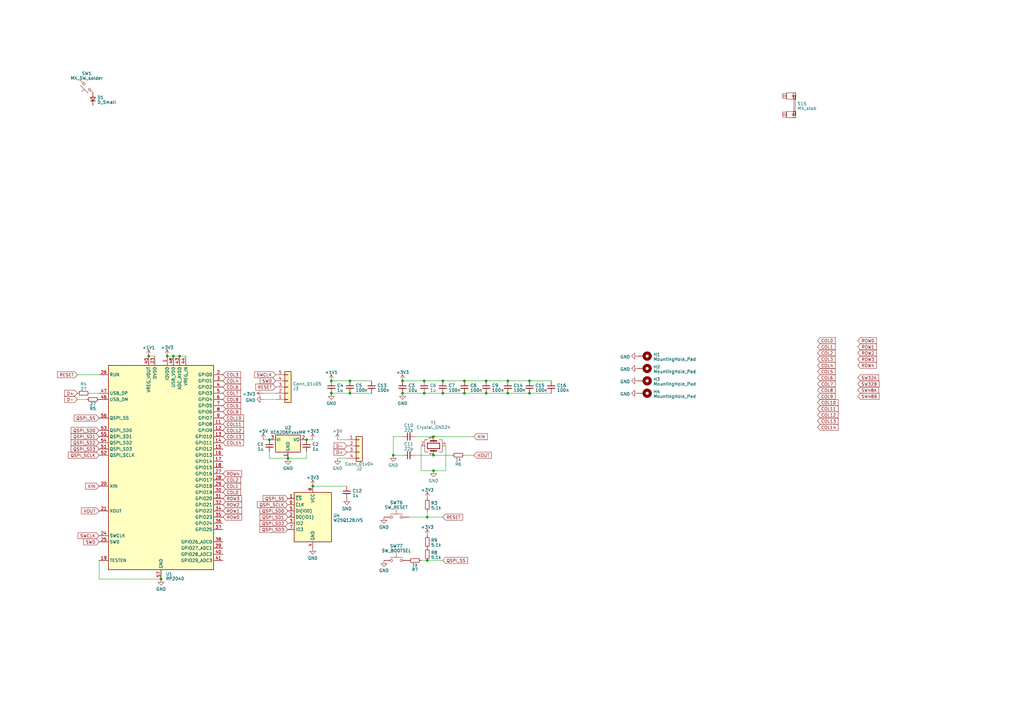
<source format=kicad_sch>
(kicad_sch (version 20230121) (generator eeschema)
  (paper "A3")
  (lib_symbols
    (symbol "Connector_Generic:Conn_01x04" (pin_names (offset 1.016) hide)
      (property "Reference" "J" (at 0 5.08 0))
      (property "Value" "Conn_01x04" (at 0 -7.62 0))
      (symbol "Conn_01x04_1_1"
        (rectangle (start -1.27 -4.953) (end 0 -5.207) (stroke (width 0.1524)))
        (rectangle (start -1.27 -2.413) (end 0 -2.667) (stroke (width 0.1524)))
        (rectangle (start -1.27 0.127) (end 0 -0.127) (stroke (width 0.1524)))
        (rectangle (start -1.27 2.667) (end 0 2.413) (stroke (width 0.1524)))
        (rectangle (start -1.27 3.81) (end 1.27 -6.35) (stroke (width 0.254)) (fill (type background)))
        (pin passive line (at -5.08 2.54 0) (length 3.81) (name "Pin_1") (number "1"))
        (pin passive line (at -5.08 0 0) (length 3.81) (name "Pin_2") (number "2"))
        (pin passive line (at -5.08 -2.54 0) (length 3.81) (name "Pin_3") (number "3"))
        (pin passive line (at -5.08 -5.08 0) (length 3.81) (name "Pin_4") (number "4"))
      )
    )
    (symbol "Connector_Generic:Conn_01x05" (pin_names (offset 1.016) hide)
      (property "Reference" "J" (at 0 7.62 0))
      (property "Value" "Conn_01x05" (at 0 -7.62 0))
      (symbol "Conn_01x05_1_1"
        (rectangle (start -1.27 -4.953) (end 0 -5.207) (stroke (width 0.1524)))
        (rectangle (start -1.27 -2.413) (end 0 -2.667) (stroke (width 0.1524)))
        (rectangle (start -1.27 0.127) (end 0 -0.127) (stroke (width 0.1524)))
        (rectangle (start -1.27 2.667) (end 0 2.413) (stroke (width 0.1524)))
        (rectangle (start -1.27 5.207) (end 0 4.953) (stroke (width 0.1524)))
        (rectangle (start -1.27 6.35) (end 1.27 -6.35) (stroke (width 0.254)) (fill (type background)))
        (pin passive line (at -5.08 5.08 0) (length 3.81) (name "Pin_1") (number "1"))
        (pin passive line (at -5.08 2.54 0) (length 3.81) (name "Pin_2") (number "2"))
        (pin passive line (at -5.08 0 0) (length 3.81) (name "Pin_3") (number "3"))
        (pin passive line (at -5.08 -2.54 0) (length 3.81) (name "Pin_4") (number "4"))
        (pin passive line (at -5.08 -5.08 0) (length 3.81) (name "Pin_5") (number "5"))
      )
    )
    (symbol "Device:C_Small" (pin_numbers hide) (pin_names (offset 0.254) hide)
      (property "Reference" "C" (at 0.254 1.778 0))
      (property "Value" "C_Small" (at 0.254 -2.032 0))
      (symbol "C_Small_0_1"
        (polyline (pts (xy -1.524 -0.508) (xy 1.524 -0.508)) (stroke (width 0.3302)))
        (polyline (pts (xy -1.524 0.508) (xy 1.524 0.508)) (stroke (width 0.3048)))
      )
      (symbol "C_Small_1_1"
        (pin passive line (at 0 2.54 270) (length 2.032) (name "~") (number "1"))
        (pin passive line (at 0 -2.54 90) (length 2.032) (name "~") (number "2"))
      )
    )
    (symbol "Device:Crystal_GND24" (pin_names (offset 1.016) hide)
      (property "Reference" "Y" (at 3.175 5.08 0))
      (property "Value" "Crystal_GND24" (at 3.175 3.175 0))
      (symbol "Crystal_GND24_0_1"
        (rectangle (start -1.143 2.54) (end 1.143 -2.54) (stroke (width 0.3048)))
        (polyline (pts (xy -2.54 0) (xy -2.032 0)))
        (polyline (pts (xy -2.032 -1.27) (xy -2.032 1.27)) (stroke (width 0.508)))
        (polyline (pts (xy 0 -3.81) (xy 0 -3.556)))
        (polyline (pts (xy 0 3.556) (xy 0 3.81)))
        (polyline (pts (xy 2.032 -1.27) (xy 2.032 1.27)) (stroke (width 0.508)))
        (polyline (pts (xy 2.032 0) (xy 2.54 0)))
        (polyline (pts (xy -2.54 -2.286) (xy -2.54 -3.556) (xy 2.54 -3.556) (xy 2.54 -2.286)))
        (polyline (pts (xy -2.54 2.286) (xy -2.54 3.556) (xy 2.54 3.556) (xy 2.54 2.286)))
      )
      (symbol "Crystal_GND24_1_1"
        (pin passive line (at -3.81 0 0) (length 1.27) (name "1") (number "1"))
        (pin passive line (at 0 5.08 270) (length 1.27) (name "2") (number "2"))
        (pin passive line (at 3.81 0 180) (length 1.27) (name "3") (number "3"))
        (pin passive line (at 0 -5.08 90) (length 1.27) (name "4") (number "4"))
      )
    )
    (symbol "Device:D_Small" (pin_numbers hide) (pin_names (offset 0.254) hide)
      (property "Reference" "D" (at -1.27 2.032 0))
      (property "Value" "D_Small" (at -3.81 -2.032 0))
      (symbol "D_Small_0_1"
        (polyline (pts (xy -0.762 -1.016) (xy -0.762 1.016)) (stroke (width 0.254)))
        (polyline (pts (xy -0.762 0) (xy 0.762 0)))
        (polyline (pts (xy 0.762 -1.016) (xy -0.762 0) (xy 0.762 1.016) (xy 0.762 -1.016)) (stroke (width 0.254)))
      )
      (symbol "D_Small_1_1"
        (pin passive line (at -2.54 0 0) (length 1.778) (name "K") (number "1"))
        (pin passive line (at 2.54 0 180) (length 1.778) (name "A") (number "2"))
      )
    )
    (symbol "Device:R_Small" (pin_numbers hide) (pin_names (offset 0.254) hide)
      (property "Reference" "R" (at 0.762 0.508 0))
      (property "Value" "R_Small" (at 0.762 -1.016 0))
      (symbol "R_Small_0_1"
        (rectangle (start -0.762 1.778) (end 0.762 -1.778) (stroke (width 0.2032)))
      )
      (symbol "R_Small_1_1"
        (pin passive line (at 0 2.54 270) (length 0.762) (name "~") (number "1"))
        (pin passive line (at 0 -2.54 90) (length 0.762) (name "~") (number "2"))
      )
    )
    (symbol "MCU_RaspberryPi:RP2040"
      (property "Reference" "U" (at 17.78 45.72 0))
      (property "Value" "RP2040" (at 17.78 43.18 0))
      (symbol "RP2040_0_1"
        (rectangle (start -21.59 41.91) (end 21.59 -41.91) (stroke (width 0.254)) (fill (type background)))
      )
      (symbol "RP2040_1_1"
        (pin power_in line (at 2.54 45.72 270) (length 3.81) (name "IOVDD") (number "1"))
        (pin passive line (at 2.54 45.72 270) (length 3.81) hide (name "IOVDD") (number "10"))
        (pin bidirectional line (at 25.4 17.78 180) (length 3.81) (name "GPIO8") (number "11"))
        (pin bidirectional line (at 25.4 15.24 180) (length 3.81) (name "GPIO9") (number "12"))
        (pin bidirectional line (at 25.4 12.7 180) (length 3.81) (name "GPIO10") (number "13"))
        (pin bidirectional line (at 25.4 10.16 180) (length 3.81) (name "GPIO11") (number "14"))
        (pin bidirectional line (at 25.4 7.62 180) (length 3.81) (name "GPIO12") (number "15"))
        (pin bidirectional line (at 25.4 5.08 180) (length 3.81) (name "GPIO13") (number "16"))
        (pin bidirectional line (at 25.4 2.54 180) (length 3.81) (name "GPIO14") (number "17"))
        (pin bidirectional line (at 25.4 0 180) (length 3.81) (name "GPIO15") (number "18"))
        (pin input line (at -25.4 -38.1 0) (length 3.81) (name "TESTEN") (number "19"))
        (pin bidirectional line (at 25.4 38.1 180) (length 3.81) (name "GPIO0") (number "2"))
        (pin input line (at -25.4 -7.62 0) (length 3.81) (name "XIN") (number "20"))
        (pin passive line (at -25.4 -17.78 0) (length 3.81) (name "XOUT") (number "21"))
        (pin passive line (at 2.54 45.72 270) (length 3.81) hide (name "IOVDD") (number "22"))
        (pin power_in line (at -2.54 45.72 270) (length 3.81) (name "DVDD") (number "23"))
        (pin input line (at -25.4 -27.94 0) (length 3.81) (name "SWCLK") (number "24"))
        (pin bidirectional line (at -25.4 -30.48 0) (length 3.81) (name "SWD") (number "25"))
        (pin input line (at -25.4 38.1 0) (length 3.81) (name "RUN") (number "26"))
        (pin bidirectional line (at 25.4 -2.54 180) (length 3.81) (name "GPIO16") (number "27"))
        (pin bidirectional line (at 25.4 -5.08 180) (length 3.81) (name "GPIO17") (number "28"))
        (pin bidirectional line (at 25.4 -7.62 180) (length 3.81) (name "GPIO18") (number "29"))
        (pin bidirectional line (at 25.4 35.56 180) (length 3.81) (name "GPIO1") (number "3"))
        (pin bidirectional line (at 25.4 -10.16 180) (length 3.81) (name "GPIO19") (number "30"))
        (pin bidirectional line (at 25.4 -12.7 180) (length 3.81) (name "GPIO20") (number "31"))
        (pin bidirectional line (at 25.4 -15.24 180) (length 3.81) (name "GPIO21") (number "32"))
        (pin passive line (at 2.54 45.72 270) (length 3.81) hide (name "IOVDD") (number "33"))
        (pin bidirectional line (at 25.4 -17.78 180) (length 3.81) (name "GPIO22") (number "34"))
        (pin bidirectional line (at 25.4 -20.32 180) (length 3.81) (name "GPIO23") (number "35"))
        (pin bidirectional line (at 25.4 -22.86 180) (length 3.81) (name "GPIO24") (number "36"))
        (pin bidirectional line (at 25.4 -25.4 180) (length 3.81) (name "GPIO25") (number "37"))
        (pin bidirectional line (at 25.4 -30.48 180) (length 3.81) (name "GPIO26_ADC0") (number "38"))
        (pin bidirectional line (at 25.4 -33.02 180) (length 3.81) (name "GPIO27_ADC1") (number "39"))
        (pin bidirectional line (at 25.4 33.02 180) (length 3.81) (name "GPIO2") (number "4"))
        (pin bidirectional line (at 25.4 -35.56 180) (length 3.81) (name "GPIO28_ADC2") (number "40"))
        (pin bidirectional line (at 25.4 -38.1 180) (length 3.81) (name "GPIO29_ADC3") (number "41"))
        (pin passive line (at 2.54 45.72 270) (length 3.81) hide (name "IOVDD") (number "42"))
        (pin power_in line (at 7.62 45.72 270) (length 3.81) (name "ADC_AVDD") (number "43"))
        (pin power_in line (at 10.16 45.72 270) (length 3.81) (name "VREG_IN") (number "44"))
        (pin power_out line (at -5.08 45.72 270) (length 3.81) (name "VREG_VOUT") (number "45"))
        (pin bidirectional line (at -25.4 27.94 0) (length 3.81) (name "USB_DM") (number "46"))
        (pin bidirectional line (at -25.4 30.48 0) (length 3.81) (name "USB_DP") (number "47"))
        (pin power_in line (at 5.08 45.72 270) (length 3.81) (name "USB_VDD") (number "48"))
        (pin passive line (at 2.54 45.72 270) (length 3.81) hide (name "IOVDD") (number "49"))
        (pin bidirectional line (at 25.4 30.48 180) (length 3.81) (name "GPIO3") (number "5"))
        (pin passive line (at -2.54 45.72 270) (length 3.81) hide (name "DVDD") (number "50"))
        (pin bidirectional line (at -25.4 7.62 0) (length 3.81) (name "QSPI_SD3") (number "51"))
        (pin output line (at -25.4 5.08 0) (length 3.81) (name "QSPI_SCLK") (number "52"))
        (pin bidirectional line (at -25.4 15.24 0) (length 3.81) (name "QSPI_SD0") (number "53"))
        (pin bidirectional line (at -25.4 10.16 0) (length 3.81) (name "QSPI_SD2") (number "54"))
        (pin bidirectional line (at -25.4 12.7 0) (length 3.81) (name "QSPI_SD1") (number "55"))
        (pin bidirectional line (at -25.4 20.32 0) (length 3.81) (name "QSPI_SS") (number "56"))
        (pin power_in line (at 0 -45.72 90) (length 3.81) (name "GND") (number "57"))
        (pin bidirectional line (at 25.4 27.94 180) (length 3.81) (name "GPIO4") (number "6"))
        (pin bidirectional line (at 25.4 25.4 180) (length 3.81) (name "GPIO5") (number "7"))
        (pin bidirectional line (at 25.4 22.86 180) (length 3.81) (name "GPIO6") (number "8"))
        (pin bidirectional line (at 25.4 20.32 180) (length 3.81) (name "GPIO7") (number "9"))
      )
    )
    (symbol "Mechanical:MountingHole_Pad" (pin_numbers hide) (pin_names (offset 1.016) hide)
      (property "Reference" "H" (at 0 6.35 0))
      (property "Value" "MountingHole_Pad" (at 0 4.445 0))
      (symbol "MountingHole_Pad_0_1"
        (circle (center 0 1.27) (radius 1.27) (stroke (width 1.27)))
      )
      (symbol "MountingHole_Pad_1_1"
        (pin input line (at 0 -2.54 90) (length 2.54) (name "1") (number "1"))
      )
    )
    (symbol "Memory_Flash:W25Q128JVS"
      (property "Reference" "U" (at -8.89 8.89 0))
      (property "Value" "W25Q128JVS" (at 7.62 8.89 0))
      (symbol "W25Q128JVS_0_1"
        (rectangle (start -7.62 10.16) (end 7.62 -10.16) (stroke (width 0.254)) (fill (type background)))
      )
      (symbol "W25Q128JVS_1_1"
        (pin input line (at -10.16 7.62 0) (length 2.54) (name "~{CS}") (number "1"))
        (pin bidirectional line (at -10.16 0 0) (length 2.54) (name "DO(IO1)") (number "2"))
        (pin bidirectional line (at -10.16 -2.54 0) (length 2.54) (name "IO2") (number "3"))
        (pin power_in line (at 0 -12.7 90) (length 2.54) (name "GND") (number "4"))
        (pin bidirectional line (at -10.16 2.54 0) (length 2.54) (name "DI(IO0)") (number "5"))
        (pin input line (at -10.16 5.08 0) (length 2.54) (name "CLK") (number "6"))
        (pin bidirectional line (at -10.16 -5.08 0) (length 2.54) (name "IO3") (number "7"))
        (pin power_in line (at 0 12.7 270) (length 2.54) (name "VCC") (number "8"))
      )
    )
    (symbol "PCM_marbastlib-mx:MX_SW_solder" (pin_numbers hide) (pin_names (offset 1.016) hide)
      (property "Reference" "MX" (at 3.048 1.016 0))
      (property "Value" "MX_SW_solder" (at 0 -3.81 0))
      (symbol "MX_SW_solder_0_1"
        (circle (center -1.1684 1.1684) (radius 0.508))
        (polyline (pts (xy -0.508 2.54) (xy 2.54 -0.508)))
        (polyline (pts (xy 1.016 1.016) (xy 2.032 2.032)))
        (polyline (pts (xy -2.54 2.54) (xy -1.524 1.524) (xy -1.524 1.524)))
        (polyline (pts (xy 1.524 -1.524) (xy 2.54 -2.54) (xy 2.54 -2.54) (xy 2.54 -2.54)))
        (circle (center 1.143 -1.1938) (radius 0.508))
        (pin passive line (at -2.54 2.54 0) (length 0) (name "1") (number "1"))
        (pin passive line (at 2.54 -2.54 180) (length 0) (name "2") (number "2"))
      )
    )
    (symbol "PCM_marbastlib-mx:MX_stab" (pin_names (offset 1.016))
      (property "Reference" "S" (at -5.08 6.35 0))
      (property "Value" "MX_stab" (at -5.08 3.81 0))
      (symbol "MX_stab_0_1"
        (rectangle (start -5.08 -1.524) (end -2.54 -2.54))
        (rectangle (start -5.08 1.27) (end -2.54 -2.54))
        (rectangle (start -4.826 2.794) (end -2.794 1.27))
        (rectangle (start -4.064 -2.286) (end -3.556 -1.016))
        (rectangle (start -4.064 -1.778) (end 4.064 -2.286))
        (rectangle (start -4.064 1.27) (end -3.556 2.794))
        (rectangle (start 2.54 -1.524) (end 5.08 -2.54))
        (rectangle (start 2.54 1.27) (end 5.08 -2.54))
        (rectangle (start 2.794 2.794) (end 4.826 1.27))
        (rectangle (start 3.556 1.27) (end 4.064 2.794))
        (rectangle (start 4.064 -2.286) (end 3.556 -1.016))
      )
    )
    (symbol "Regulator_Linear:XC6206PxxxMR" (pin_names (offset 0.254))
      (property "Reference" "U" (at -3.81 3.175 0))
      (property "Value" "XC6206PxxxMR" (at 0 3.175 0))
      (symbol "XC6206PxxxMR_0_1"
        (rectangle (start -5.08 1.905) (end 5.08 -5.08) (stroke (width 0.254)) (fill (type background)))
      )
      (symbol "XC6206PxxxMR_1_1"
        (pin power_in line (at 0 -7.62 90) (length 2.54) (name "GND") (number "1"))
        (pin power_out line (at 7.62 0 180) (length 2.54) (name "VO") (number "2"))
        (pin power_in line (at -7.62 0 0) (length 2.54) (name "VI") (number "3"))
      )
    )
    (symbol "Switch:SW_Push" (pin_numbers hide) (pin_names (offset 1.016) hide)
      (property "Reference" "SW" (at 1.27 2.54 0))
      (property "Value" "SW_Push" (at 0 -1.524 0))
      (symbol "SW_Push_0_1"
        (circle (center -2.032 0) (radius 0.508))
        (polyline (pts (xy 0 1.27) (xy 0 3.048)))
        (polyline (pts (xy 2.54 1.27) (xy -2.54 1.27)))
        (circle (center 2.032 0) (radius 0.508))
        (pin passive line (at -5.08 0 0) (length 2.54) (name "1") (number "1"))
        (pin passive line (at 5.08 0 180) (length 2.54) (name "2") (number "2"))
      )
    )
    (symbol "power:+1V1" (power) (pin_names (offset 0))
      (property "Value" "+1V1" (at 0 3.556 0))
      (symbol "+1V1_0_1"
        (polyline (pts (xy -0.762 1.27) (xy 0 2.54)))
        (polyline (pts (xy 0 0) (xy 0 2.54)))
        (polyline (pts (xy 0 2.54) (xy 0.762 1.27)))
      )
      (symbol "+1V1_1_1"
        (pin power_in line (at 0 0 90) (length 0) hide (name "+1V1") (number "1"))
      )
    )
    (symbol "power:+3V3" (power) (pin_names (offset 0))
      (property "Value" "+3V3" (at 0 3.556 0))
      (symbol "+3V3_0_1"
        (polyline (pts (xy -0.762 1.27) (xy 0 2.54)))
        (polyline (pts (xy 0 0) (xy 0 2.54)))
        (polyline (pts (xy 0 2.54) (xy 0.762 1.27)))
      )
      (symbol "+3V3_1_1"
        (pin power_in line (at 0 0 90) (length 0) hide (name "+3V3") (number "1"))
      )
    )
    (symbol "power:+5V" (power) (pin_names (offset 0))
      (property "Value" "+5V" (at 0 3.556 0))
      (symbol "+5V_0_1"
        (polyline (pts (xy -0.762 1.27) (xy 0 2.54)))
        (polyline (pts (xy 0 0) (xy 0 2.54)))
        (polyline (pts (xy 0 2.54) (xy 0.762 1.27)))
      )
      (symbol "+5V_1_1"
        (pin power_in line (at 0 0 90) (length 0) hide (name "+5V") (number "1"))
      )
    )
    (symbol "power:GND" (power) (pin_names (offset 0))
      (property "Value" "GND" (at 0 -3.81 0))
      (symbol "GND_0_1"
        (polyline (pts (xy 0 0) (xy 0 -1.27) (xy 1.27 -1.27) (xy 0 -2.54) (xy -1.27 -1.27) (xy 0 -1.27)))
      )
      (symbol "GND_1_1"
        (pin power_in line (at 0 0 270) (length 0) hide (name "GND") (number "1"))
      )
    )
  )
  (junction (at 177.8 179.07))
  (junction (at 199.39 156.21))
  (junction (at 73.66 146.05))
  (junction (at 175.26 229.87))
  (junction (at 165.1 161.29))
  (junction (at 177.8 193.04))
  (junction (at 208.28 161.29))
  (junction (at 190.5 156.21))
  (junction (at 135.89 156.21))
  (junction (at 181.61 156.21))
  (junction (at 66.04 237.49))
  (junction (at 135.89 161.29))
  (junction (at 128.27 199.39))
  (junction (at 71.12 146.05))
  (junction (at 175.26 212.09))
  (junction (at 181.61 161.29))
  (junction (at 143.51 156.21))
  (junction (at 161.29 186.69))
  (junction (at 208.28 156.21))
  (junction (at 110.49 180.34))
  (junction (at 199.39 161.29))
  (junction (at 118.11 187.96))
  (junction (at 143.51 161.29))
  (junction (at 68.58 146.05))
  (junction (at 60.96 146.05))
  (junction (at 173.99 156.21))
  (junction (at 173.99 161.29))
  (junction (at 217.17 161.29))
  (junction (at 177.8 186.69))
  (junction (at 165.1 156.21))
  (junction (at 217.17 156.21))
  (junction (at 190.5 161.29))
  (junction (at 125.73 180.34))
  (wire (pts (xy 138.43 180.34) (xy 142.24 180.34)))
  (wire (pts (xy 181.61 212.09) (xy 175.26 212.09)))
  (wire (pts (xy 182.88 182.88) (xy 182.88 193.04)))
  (wire (pts (xy 199.39 156.21) (xy 208.28 156.21)))
  (wire (pts (xy 31.75 163.83) (xy 35.56 163.83)))
  (wire (pts (xy 194.31 186.69) (xy 190.5 186.69)))
  (wire (pts (xy 173.99 156.21) (xy 181.61 156.21)))
  (wire (pts (xy 175.26 229.87) (xy 181.61 229.87)))
  (wire (pts (xy 143.51 156.21) (xy 152.4 156.21)))
  (wire (pts (xy 40.64 237.49) (xy 66.04 237.49)))
  (wire (pts (xy 177.8 186.69) (xy 185.42 186.69)))
  (wire (pts (xy 161.29 179.07) (xy 161.29 186.69)))
  (wire (pts (xy 177.8 193.04) (xy 182.88 193.04)))
  (wire (pts (xy 167.64 212.09) (xy 175.26 212.09)))
  (wire (pts (xy 181.61 156.21) (xy 190.5 156.21)))
  (wire (pts (xy 165.1 161.29) (xy 173.99 161.29)))
  (wire (pts (xy 36.83 161.29) (xy 40.64 161.29)))
  (wire (pts (xy 142.24 199.39) (xy 128.27 199.39)))
  (wire (pts (xy 181.61 161.29) (xy 190.5 161.29)))
  (wire (pts (xy 217.17 161.29) (xy 226.06 161.29)))
  (wire (pts (xy 161.29 179.07) (xy 165.1 179.07)))
  (wire (pts (xy 135.89 161.29) (xy 143.51 161.29)))
  (wire (pts (xy 170.18 179.07) (xy 177.8 179.07)))
  (wire (pts (xy 161.29 186.69) (xy 165.1 186.69)))
  (wire (pts (xy 170.18 186.69) (xy 177.8 186.69)))
  (wire (pts (xy 177.8 179.07) (xy 194.31 179.07)))
  (wire (pts (xy 125.73 180.34) (xy 128.27 180.34)))
  (wire (pts (xy 199.39 161.29) (xy 208.28 161.29)))
  (wire (pts (xy 190.5 161.29) (xy 199.39 161.29)))
  (wire (pts (xy 177.8 193.04) (xy 172.72 193.04)))
  (wire (pts (xy 173.99 161.29) (xy 181.61 161.29)))
  (wire (pts (xy 60.96 146.05) (xy 63.5 146.05)))
  (wire (pts (xy 71.12 146.05) (xy 73.66 146.05)))
  (wire (pts (xy 138.43 187.96) (xy 142.24 187.96)))
  (wire (pts (xy 190.5 156.21) (xy 199.39 156.21)))
  (wire (pts (xy 40.64 229.87) (xy 40.64 237.49)))
  (wire (pts (xy 172.72 193.04) (xy 172.72 182.88)))
  (wire (pts (xy 125.73 187.96) (xy 125.73 185.42)))
  (wire (pts (xy 175.26 229.87) (xy 172.72 229.87)))
  (wire (pts (xy 208.28 161.29) (xy 217.17 161.29)))
  (wire (pts (xy 107.95 161.29) (xy 113.03 161.29)))
  (wire (pts (xy 107.95 180.34) (xy 110.49 180.34)))
  (wire (pts (xy 143.51 161.29) (xy 152.4 161.29)))
  (wire (pts (xy 73.66 146.05) (xy 76.2 146.05)))
  (wire (pts (xy 110.49 187.96) (xy 118.11 187.96)))
  (wire (pts (xy 40.64 153.67) (xy 31.75 153.67)))
  (wire (pts (xy 208.28 156.21) (xy 217.17 156.21)))
  (wire (pts (xy 175.26 209.55) (xy 175.26 212.09)))
  (wire (pts (xy 165.1 156.21) (xy 173.99 156.21)))
  (wire (pts (xy 118.11 187.96) (xy 125.73 187.96)))
  (wire (pts (xy 110.49 185.42) (xy 110.49 187.96)))
  (wire (pts (xy 107.95 163.83) (xy 113.03 163.83)))
  (wire (pts (xy 135.89 156.21) (xy 143.51 156.21)))
  (wire (pts (xy 68.58 146.05) (xy 71.12 146.05)))
  (wire (pts (xy 217.17 156.21) (xy 226.06 156.21)))
  (global_label "D+" (shape input) (at 31.75 161.29 180) (property "Intersheetrefs" "${INTERSHEET_REFS}" (effects hide)))
  (global_label "COL5" (shape input) (at 335.28 152.4 0) (property "Intersheetrefs" "${INTERSHEET_REFS}" (effects hide)))
  (global_label "D-" (shape input) (at 142.24 182.88 180) (property "Intersheetrefs" "${INTERSHEET_REFS}" (effects hide)))
  (global_label "SW32B" (shape input) (at 351.79 157.48 0) (property "Intersheetrefs" "${INTERSHEET_REFS}" (effects hide)))
  (global_label "COL10" (shape input) (at 335.28 165.1 0) (property "Intersheetrefs" "${INTERSHEET_REFS}" (effects hide)))
  (global_label "COL12" (shape input) (at 91.44 176.53 0) (property "Intersheetrefs" "${INTERSHEET_REFS}" (effects hide)))
  (global_label "COL11" (shape input) (at 91.44 173.99 0) (property "Intersheetrefs" "${INTERSHEET_REFS}" (effects hide)))
  (global_label "COL0" (shape input) (at 91.44 201.93 0) (property "Intersheetrefs" "${INTERSHEET_REFS}" (effects hide)))
  (global_label "COL2" (shape input) (at 335.28 144.78 0) (property "Intersheetrefs" "${INTERSHEET_REFS}" (effects hide)))
  (global_label "COL0" (shape input) (at 335.28 139.7 0) (property "Intersheetrefs" "${INTERSHEET_REFS}" (effects hide)))
  (global_label "SW32A" (shape input) (at 351.79 154.94 0) (property "Intersheetrefs" "${INTERSHEET_REFS}" (effects hide)))
  (global_label "SW48B" (shape input) (at 351.79 162.56 0) (property "Intersheetrefs" "${INTERSHEET_REFS}" (effects hide)))
  (global_label "D+" (shape input) (at 142.24 185.42 180) (property "Intersheetrefs" "${INTERSHEET_REFS}" (effects hide)))
  (global_label "COL9" (shape input) (at 91.44 168.91 0) (property "Intersheetrefs" "${INTERSHEET_REFS}" (effects hide)))
  (global_label "ROW3" (shape input) (at 91.44 204.47 0) (property "Intersheetrefs" "${INTERSHEET_REFS}" (effects hide)))
  (global_label "COL8" (shape input) (at 91.44 163.83 0) (property "Intersheetrefs" "${INTERSHEET_REFS}" (effects hide)))
  (global_label "QSPI_SD1" (shape input) (at 118.11 212.09 180) (property "Intersheetrefs" "${INTERSHEET_REFS}" (effects hide)))
  (global_label "COL7" (shape input) (at 335.28 157.48 0) (property "Intersheetrefs" "${INTERSHEET_REFS}" (effects hide)))
  (global_label "COL13" (shape input) (at 335.28 172.72 0) (property "Intersheetrefs" "${INTERSHEET_REFS}" (effects hide)))
  (global_label "ROW2" (shape input) (at 91.44 207.01 0) (property "Intersheetrefs" "${INTERSHEET_REFS}" (effects hide)))
  (global_label "QSPI_SCLK" (shape input) (at 118.11 207.01 180) (property "Intersheetrefs" "${INTERSHEET_REFS}" (effects hide)))
  (global_label "QSPI_SS" (shape input) (at 118.11 204.47 180) (property "Intersheetrefs" "${INTERSHEET_REFS}" (effects hide)))
  (global_label "COL4" (shape input) (at 335.28 149.86 0) (property "Intersheetrefs" "${INTERSHEET_REFS}" (effects hide)))
  (global_label "COL13" (shape input) (at 91.44 179.07 0) (property "Intersheetrefs" "${INTERSHEET_REFS}" (effects hide)))
  (global_label "XIN" (shape input) (at 40.64 199.39 180) (property "Intersheetrefs" "${INTERSHEET_REFS}" (effects hide)))
  (global_label "COL12" (shape input) (at 335.28 170.18 0) (property "Intersheetrefs" "${INTERSHEET_REFS}" (effects hide)))
  (global_label "QSPI_SS" (shape input) (at 181.61 229.87 0) (property "Intersheetrefs" "${INTERSHEET_REFS}" (effects hide)))
  (global_label "ROW1" (shape input) (at 91.44 209.55 0) (property "Intersheetrefs" "${INTERSHEET_REFS}" (effects hide)))
  (global_label "SWD" (shape input) (at 113.03 156.21 180) (property "Intersheetrefs" "${INTERSHEET_REFS}" (effects hide)))
  (global_label "COL9" (shape input) (at 335.28 162.56 0) (property "Intersheetrefs" "${INTERSHEET_REFS}" (effects hide)))
  (global_label "SW48A" (shape input) (at 351.79 160.02 0) (property "Intersheetrefs" "${INTERSHEET_REFS}" (effects hide)))
  (global_label "D-" (shape input) (at 31.75 163.83 180) (property "Intersheetrefs" "${INTERSHEET_REFS}" (effects hide)))
  (global_label "ROW1" (shape input) (at 351.79 142.24 0) (property "Intersheetrefs" "${INTERSHEET_REFS}" (effects hide)))
  (global_label "SWCLK" (shape input) (at 113.03 153.67 180) (property "Intersheetrefs" "${INTERSHEET_REFS}" (effects hide)))
  (global_label "XOUT" (shape input) (at 194.31 186.69 0) (property "Intersheetrefs" "${INTERSHEET_REFS}" (effects hide)))
  (global_label "RESET" (shape input) (at 113.03 158.75 180) (property "Intersheetrefs" "${INTERSHEET_REFS}" (effects hide)))
  (global_label "QSPI_SS" (shape input) (at 40.64 171.45 180) (property "Intersheetrefs" "${INTERSHEET_REFS}" (effects hide)))
  (global_label "QSPI_SCLK" (shape input) (at 40.64 186.69 180) (property "Intersheetrefs" "${INTERSHEET_REFS}" (effects hide)))
  (global_label "QSPI_SD2" (shape input) (at 118.11 214.63 180) (property "Intersheetrefs" "${INTERSHEET_REFS}" (effects hide)))
  (global_label "COL3" (shape input) (at 335.28 147.32 0) (property "Intersheetrefs" "${INTERSHEET_REFS}" (effects hide)))
  (global_label "QSPI_SD0" (shape input) (at 40.64 176.53 180) (property "Intersheetrefs" "${INTERSHEET_REFS}" (effects hide)))
  (global_label "QSPI_SD3" (shape input) (at 40.64 184.15 180) (property "Intersheetrefs" "${INTERSHEET_REFS}" (effects hide)))
  (global_label "COL1" (shape input) (at 335.28 142.24 0) (property "Intersheetrefs" "${INTERSHEET_REFS}" (effects hide)))
  (global_label "XIN" (shape input) (at 194.31 179.07 0) (property "Intersheetrefs" "${INTERSHEET_REFS}" (effects hide)))
  (global_label "COL8" (shape input) (at 335.28 160.02 0) (property "Intersheetrefs" "${INTERSHEET_REFS}" (effects hide)))
  (global_label "ROW0" (shape input) (at 351.79 139.7 0) (property "Intersheetrefs" "${INTERSHEET_REFS}" (effects hide)))
  (global_label "ROW2" (shape input) (at 351.79 144.78 0) (property "Intersheetrefs" "${INTERSHEET_REFS}" (effects hide)))
  (global_label "QSPI_SD2" (shape input) (at 40.64 181.61 180) (property "Intersheetrefs" "${INTERSHEET_REFS}" (effects hide)))
  (global_label "COL2" (shape input) (at 91.44 196.85 0) (property "Intersheetrefs" "${INTERSHEET_REFS}" (effects hide)))
  (global_label "COL11" (shape input) (at 335.28 167.64 0) (property "Intersheetrefs" "${INTERSHEET_REFS}" (effects hide)))
  (global_label "COL6" (shape input) (at 91.44 158.75 0) (property "Intersheetrefs" "${INTERSHEET_REFS}" (effects hide)))
  (global_label "COL14" (shape input) (at 335.28 175.26 0) (property "Intersheetrefs" "${INTERSHEET_REFS}" (effects hide)))
  (global_label "COL7" (shape input) (at 91.44 161.29 0) (property "Intersheetrefs" "${INTERSHEET_REFS}" (effects hide)))
  (global_label "COL14" (shape input) (at 91.44 181.61 0) (property "Intersheetrefs" "${INTERSHEET_REFS}" (effects hide)))
  (global_label "RESET" (shape input) (at 31.75 153.67 180) (property "Intersheetrefs" "${INTERSHEET_REFS}" (effects hide)))
  (global_label "QSPI_SD0" (shape input) (at 118.11 209.55 180) (property "Intersheetrefs" "${INTERSHEET_REFS}" (effects hide)))
  (global_label "SWCLK" (shape input) (at 40.64 219.71 180) (property "Intersheetrefs" "${INTERSHEET_REFS}" (effects hide)))
  (global_label "ROW0" (shape input) (at 91.44 212.09 0) (property "Intersheetrefs" "${INTERSHEET_REFS}" (effects hide)))
  (global_label "COL1" (shape input) (at 91.44 199.39 0) (property "Intersheetrefs" "${INTERSHEET_REFS}" (effects hide)))
  (global_label "SWD" (shape input) (at 40.64 222.25 180) (property "Intersheetrefs" "${INTERSHEET_REFS}" (effects hide)))
  (global_label "QSPI_SD1" (shape input) (at 40.64 179.07 180) (property "Intersheetrefs" "${INTERSHEET_REFS}" (effects hide)))
  (global_label "COL6" (shape input) (at 335.28 154.94 0) (property "Intersheetrefs" "${INTERSHEET_REFS}" (effects hide)))
  (global_label "ROW4" (shape input) (at 91.44 194.31 0) (property "Intersheetrefs" "${INTERSHEET_REFS}" (effects hide)))
  (global_label "XOUT" (shape input) (at 40.64 209.55 180) (property "Intersheetrefs" "${INTERSHEET_REFS}" (effects hide)))
  (global_label "ROW3" (shape input) (at 351.79 147.32 0) (property "Intersheetrefs" "${INTERSHEET_REFS}" (effects hide)))
  (global_label "QSPI_SD3" (shape input) (at 118.11 217.17 180) (property "Intersheetrefs" "${INTERSHEET_REFS}" (effects hide)))
  (global_label "ROW4" (shape input) (at 351.79 149.86 0) (property "Intersheetrefs" "${INTERSHEET_REFS}" (effects hide)))
  (global_label "RESET" (shape input) (at 181.61 212.09 0) (property "Intersheetrefs" "${INTERSHEET_REFS}" (effects hide)))
  (global_label "COL5" (shape input) (at 91.44 166.37 0) (property "Intersheetrefs" "${INTERSHEET_REFS}" (effects hide)))
  (global_label "COL4" (shape input) (at 91.44 156.21 0) (property "Intersheetrefs" "${INTERSHEET_REFS}" (effects hide)))
  (global_label "COL10" (shape input) (at 91.44 171.45 0) (property "Intersheetrefs" "${INTERSHEET_REFS}" (effects hide)))
  (global_label "COL3" (shape input) (at 91.44 153.67 0) (property "Intersheetrefs" "${INTERSHEET_REFS}" (effects hide)))
  (symbol (lib_id "Device:C_Small") (at 173.99 158.75 0) (unit 1)
    (property "Reference" "C6" (at 176.3141 158.1126 0) (effects (justify left)))
    (property "Value" "1u" (at 176.3141 160.0336 0) (effects (justify left)))
    (property "Footprint" "Capacitor_SMD:C_0402_1005Metric" (effects hide))
  )
  (symbol (lib_id "Device:R_Small") (at 175.26 207.01 180) (unit 1)
    (property "Reference" "R3" (at 176.7586 206.3663 0) (effects (justify right)))
    (property "Value" "5.1k" (at 176.7586 208.2873 0) (effects (justify right)))
    (property "Footprint" "Resistor_SMD:R_0402_1005Metric" (effects hide))
  )
  (symbol (lib_id "power:+5V") (at 107.95 180.34 0) (unit 1)
    (property "Reference" "#PWR012" (effects hide))
    (property "Value" "+5V" (at 107.95 176.8381 0))
  )
  (symbol (lib_id "power:GND") (at 135.89 161.29 0) (unit 1)
    (property "Reference" "#PWR025" (effects hide))
    (property "Value" "GND" (at 135.89 165.4255 0))
  )
  (symbol (lib_id "Regulator_Linear:XC6206PxxxMR") (at 118.11 180.34 0) (unit 1)
    (property "Reference" "U2" (at 118.11 175.4251 0))
    (property "Value" "XC6206PxxxMR" (at 118.11 177.3461 0))
    (property "Footprint" "Package_TO_SOT_SMD:SOT-23-3" (effects hide))
    (property "Datasheet" "https://www.torexsemi.com/file/xc6206/XC6206.pdf" (effects hide))
  )
  (symbol (lib_id "Device:C_Small") (at 167.64 179.07 90) (unit 1)
    (property "Reference" "C10" (at 167.6463 174.498 90))
    (property "Value" "22p" (at 167.6463 176.419 90))
    (property "Footprint" "Capacitor_SMD:C_0402_1005Metric" (effects hide))
  )
  (symbol (lib_id "Device:C_Small") (at 226.06 158.75 0) (unit 1)
    (property "Reference" "C16" (at 228.3841 158.1126 0) (effects (justify left)))
    (property "Value" "100n" (at 228.3841 160.0336 0) (effects (justify left)))
    (property "Footprint" "Capacitor_SMD:C_0402_1005Metric" (effects hide))
  )
  (symbol (lib_id "power:+3V3") (at 175.26 204.47 0) (unit 1)
    (property "Reference" "#PWR027" (effects hide))
    (property "Value" "+3V3" (at 175.26 200.9681 0))
  )
  (symbol (lib_id "power:+3V3") (at 68.58 146.05 0) (unit 1)
    (property "Reference" "#PWR020" (effects hide))
    (property "Value" "+3V3" (at 68.58 142.5481 0))
  )
  (symbol (lib_id "power:+3V3") (at 165.1 156.21 0) (unit 1)
    (property "Reference" "#PWR024" (effects hide))
    (property "Value" "+3V3" (at 165.1 152.7081 0))
  )
  (symbol (lib_id "power:GND") (at 128.27 224.79 0) (unit 1)
    (property "Reference" "#PWR038" (effects hide))
    (property "Value" "GND" (at 128.27 228.9255 0))
  )
  (symbol (lib_id "power:GND") (at 261.62 156.21 270) (unit 1)
    (property "Reference" "#PWR09" (effects hide))
    (property "Value" "GND" (at 258.4451 156.5268 90) (effects (justify right)))
  )
  (symbol (lib_id "Device:R_Small") (at 34.29 161.29 90) (unit 1)
    (property "Reference" "R4" (at 34.29 157.5435 90))
    (property "Value" "27" (at 34.29 159.4645 90))
    (property "Footprint" "Resistor_SMD:R_0402_1005Metric" (effects hide))
  )
  (symbol (lib_id "Mechanical:MountingHole_Pad") (at 264.16 151.13 270) (unit 1)
    (property "Reference" "H2" (at 267.97 150.4863 90) (effects (justify left)))
    (property "Value" "MountingHole_Pad" (at 267.97 152.4073 90) (effects (justify left)))
    (property "Footprint" "MountingHole:MountingHole_2.2mm_M2_Pad" (effects hide))
  )
  (symbol (lib_id "Device:C_Small") (at 135.89 158.75 0) (unit 1)
    (property "Reference" "C4" (at 138.2141 158.1126 0) (effects (justify left)))
    (property "Value" "1u" (at 138.2141 160.0336 0) (effects (justify left)))
    (property "Footprint" "Capacitor_SMD:C_0402_1005Metric" (effects hide))
  )
  (symbol (lib_id "Device:C_Small") (at 165.1 158.75 0) (unit 1)
    (property "Reference" "C3" (at 167.4241 158.1126 0) (effects (justify left)))
    (property "Value" "10u" (at 167.4241 160.0336 0) (effects (justify left)))
    (property "Footprint" "Capacitor_SMD:C_0603_1608Metric" (effects hide))
  )
  (symbol (lib_id "power:+1V1") (at 60.96 146.05 0) (unit 1)
    (property "Reference" "#PWR021" (effects hide))
    (property "Value" "+1V1" (at 60.96 142.5481 0))
  )
  (symbol (lib_id "Connector_Generic:Conn_01x04") (at 147.32 182.88 0) (unit 1)
    (property "Reference" "J2" (at 147.32 192.2399 0))
    (property "Value" "Conn_01x04" (at 147.32 190.3189 0))
    (property "Footprint" "Connector_Molex:Molex_Pico-EZmate_78171-0004_1x04-1MP_P1.20mm_Vertical" (effects hide))
  )
  (symbol (lib_id "power:GND") (at 107.95 163.83 270) (unit 1)
    (property "Reference" "#PWR030" (effects hide))
    (property "Value" "GND" (at 104.7751 164.1468 90) (effects (justify right)))
  )
  (symbol (lib_id "power:+3V3") (at 175.26 219.71 0) (unit 1)
    (property "Reference" "#PWR036" (effects hide))
    (property "Value" "+3V3" (at 175.26 216.2081 0))
  )
  (symbol (lib_id "Device:R_Small") (at 175.26 227.33 180) (unit 1)
    (property "Reference" "R8" (at 176.7586 226.6863 0) (effects (justify right)))
    (property "Value" "5.1k" (at 176.7586 228.6073 0) (effects (justify right)))
    (property "Footprint" "Resistor_SMD:R_0402_1005Metric" (effects hide))
  )
  (symbol (lib_id "power:GND") (at 142.24 204.47 0) (unit 1)
    (property "Reference" "#PWR034" (effects hide))
    (property "Value" "GND" (at 142.24 208.6055 0))
  )
  (symbol (lib_id "Device:R_Small") (at 170.18 229.87 90) (mirror x) (unit 1)
    (property "Reference" "R7" (at 170.18 233.6165 90))
    (property "Value" "1k" (at 170.18 231.6955 90))
    (property "Footprint" "Resistor_SMD:R_0402_1005Metric" (effects hide))
  )
  (symbol (lib_id "power:GND") (at 118.11 187.96 0) (unit 1)
    (property "Reference" "#PWR014" (effects hide))
    (property "Value" "GND" (at 118.11 192.0955 0))
  )
  (symbol (lib_id "power:GND") (at 261.62 146.05 270) (unit 1)
    (property "Reference" "#PWR07" (effects hide))
    (property "Value" "GND" (at 258.4451 146.3668 90) (effects (justify right)))
  )
  (symbol (lib_id "PCM_marbastlib-mx:MX_stab") (at 323.85 43.18 90) (unit 1)
    (property "Reference" "S15" (at 327.025 42.5363 90) (effects (justify right)))
    (property "Value" "MX_stab" (at 327.025 44.4573 90) (effects (justify right)))
    (property "Footprint" "PCM_marbastlib-mx:STAB_MX_P_2u" (effects hide))
  )
  (symbol (lib_id "Device:C_Small") (at 110.49 182.88 0) (mirror y) (unit 1)
    (property "Reference" "C1" (at 108.1659 182.2426 0) (effects (justify left)))
    (property "Value" "1u" (at 108.1659 184.1636 0) (effects (justify left)))
    (property "Footprint" "Capacitor_SMD:C_0402_1005Metric" (effects hide))
  )
  (symbol (lib_id "Device:C_Small") (at 125.73 182.88 0) (unit 1)
    (property "Reference" "C2" (at 128.0541 182.2426 0) (effects (justify left)))
    (property "Value" "1u" (at 128.0541 184.1636 0) (effects (justify left)))
    (property "Footprint" "Capacitor_SMD:C_0402_1005Metric" (effects hide))
  )
  (symbol (lib_id "Device:R_Small") (at 187.96 186.69 90) (mirror x) (unit 1)
    (property "Reference" "R6" (at 187.96 190.4365 90))
    (property "Value" "1k" (at 187.96 188.5155 90))
    (property "Footprint" "Resistor_SMD:R_0402_1005Metric" (effects hide))
  )
  (symbol (lib_id "MCU_RaspberryPi:RP2040") (at 66.04 191.77 0) (unit 1)
    (property "Reference" "U1" (at 67.9959 235.4025 0) (effects (justify left)))
    (property "Value" "RP2040" (at 67.9959 237.3235 0) (effects (justify left)))
    (property "Footprint" "Package_DFN_QFN:QFN-56-1EP_7x7mm_P0.4mm_EP3.2x3.2mm" (effects hide))
    (property "Datasheet" "https://datasheets.raspberrypi.com/rp2040/rp2040-datasheet.pdf" (effects hide))
  )
  (symbol (lib_id "Device:C_Small") (at 199.39 158.75 0) (unit 1)
    (property "Reference" "C9" (at 201.7141 158.1126 0) (effects (justify left)))
    (property "Value" "100n" (at 201.7141 160.0336 0) (effects (justify left)))
    (property "Footprint" "Capacitor_SMD:C_0402_1005Metric" (effects hide))
  )
  (symbol (lib_id "power:GND") (at 161.29 186.69 0) (unit 1)
    (property "Reference" "#PWR033" (effects hide))
    (property "Value" "GND" (at 161.29 190.8255 0))
  )
  (symbol (lib_id "power:+3V3") (at 128.27 199.39 0) (unit 1)
    (property "Reference" "#PWR037" (effects hide))
    (property "Value" "+3V3" (at 128.27 195.8881 0))
  )
  (symbol (lib_id "Mechanical:MountingHole_Pad") (at 264.16 146.05 270) (unit 1)
    (property "Reference" "H1" (at 267.97 145.4063 90) (effects (justify left)))
    (property "Value" "MountingHole_Pad" (at 267.97 147.3273 90) (effects (justify left)))
    (property "Footprint" "MountingHole:MountingHole_2.2mm_M2_Pad" (effects hide))
  )
  (symbol (lib_id "Device:C_Small") (at 167.64 186.69 90) (unit 1)
    (property "Reference" "C11" (at 167.6463 182.118 90))
    (property "Value" "22p" (at 167.6463 184.039 90))
    (property "Footprint" "Capacitor_SMD:C_0402_1005Metric" (effects hide))
  )
  (symbol (lib_id "Mechanical:MountingHole_Pad") (at 264.16 156.21 270) (unit 1)
    (property "Reference" "H3" (at 267.97 155.5663 90) (effects (justify left)))
    (property "Value" "MountingHole_Pad" (at 267.97 157.4873 90) (effects (justify left)))
    (property "Footprint" "MountingHole:MountingHole_2.2mm_M2_Pad" (effects hide))
  )
  (symbol (lib_id "Device:R_Small") (at 38.1 163.83 90) (mirror x) (unit 1)
    (property "Reference" "R5" (at 38.1 167.5765 90))
    (property "Value" "27" (at 38.1 165.6555 90))
    (property "Footprint" "Resistor_SMD:R_0402_1005Metric" (effects hide))
  )
  (symbol (lib_id "Device:Crystal_GND24") (at 177.8 182.88 90) (unit 1)
    (property "Reference" "Y1" (at 177.8 173.339 90))
    (property "Value" "Crystal_GND24" (at 177.8 175.26 90))
    (property "Footprint" "Crystal:Crystal_SMD_3225-4Pin_3.2x2.5mm" (effects hide))
  )
  (symbol (lib_id "power:GND") (at 177.8 193.04 0) (unit 1)
    (property "Reference" "#PWR032" (effects hide))
    (property "Value" "GND" (at 177.8 197.1755 0))
  )
  (symbol (lib_id "Device:C_Small") (at 152.4 158.75 0) (unit 1)
    (property "Reference" "C13" (at 154.7241 158.1126 0) (effects (justify left)))
    (property "Value" "100n" (at 154.7241 160.0336 0) (effects (justify left)))
    (property "Footprint" "Capacitor_SMD:C_0402_1005Metric" (effects hide))
  )
  (symbol (lib_id "power:GND") (at 138.43 187.96 0) (unit 1)
    (property "Reference" "#PWR016" (effects hide))
    (property "Value" "GND" (at 138.43 192.0955 0))
  )
  (symbol (lib_id "Mechanical:MountingHole_Pad") (at 264.16 161.29 270) (unit 1)
    (property "Reference" "H4" (at 267.97 160.6463 90) (effects (justify left)))
    (property "Value" "MountingHole_Pad" (at 267.97 162.5673 90) (effects (justify left)))
    (property "Footprint" "MountingHole:MountingHole_2.2mm_M2_Pad" (effects hide))
  )
  (symbol (lib_id "Device:D_Small") (at 38.1 40.64 90) (unit 1)
    (property "Reference" "D1" (at 39.878 39.9963 90) (effects (justify right)))
    (property "Value" "D_Small" (at 39.878 41.9173 90) (effects (justify right)))
    (property "Footprint" "shoonies_parts:D_SOD-123_CLEAN" (effects hide))
    (property "Sim.Device" "D" (effects hide))
    (property "Sim.Pins" "1=K 2=A" (effects hide))
  )
  (symbol (lib_id "Device:C_Small") (at 217.17 158.75 0) (unit 1)
    (property "Reference" "C15" (at 219.4941 158.1126 0) (effects (justify left)))
    (property "Value" "100n" (at 219.4941 160.0336 0) (effects (justify left)))
    (property "Footprint" "Capacitor_SMD:C_0402_1005Metric" (effects hide))
  )
  (symbol (lib_id "Device:R_Small") (at 175.26 222.25 180) (unit 1)
    (property "Reference" "R9" (at 176.7586 221.6063 0) (effects (justify right)))
    (property "Value" "5.1k" (at 176.7586 223.5273 0) (effects (justify right)))
    (property "Footprint" "Resistor_SMD:R_0402_1005Metric" (effects hide))
  )
  (symbol (lib_id "Memory_Flash:W25Q128JVS") (at 128.27 212.09 0) (unit 1)
    (property "Reference" "U4" (at 136.652 211.4463 0) (effects (justify left)))
    (property "Value" "W25Q128JVS" (at 136.652 213.3673 0) (effects (justify left)))
    (property "Footprint" "Package_SO:SOIC-8_5.23x5.23mm_P1.27mm" (effects hide))
    (property "Datasheet" "http://www.winbond.com/resource-files/w25q128jv_dtr%20revc%2003272018%20plus.pdf" (effects hide))
  )
  (symbol (lib_id "power:GND") (at 66.04 237.49 0) (unit 1)
    (property "Reference" "#PWR029" (effects hide))
    (property "Value" "GND" (at 66.04 241.6255 0))
  )
  (symbol (lib_id "PCM_marbastlib-mx:MX_SW_solder") (at 35.56 35.56 180) (unit 1)
    (property "Reference" "SW1" (at 35.56 30.1371 0))
    (property "Value" "MX_SW_solder" (at 35.56 32.0581 0))
    (property "Footprint" "PCM_marbastlib-mx:SW_MX_1u" (effects hide))
  )
  (symbol (lib_id "power:GND") (at 157.48 212.09 0) (unit 1)
    (property "Reference" "#PWR028" (effects hide))
    (property "Value" "GND" (at 157.48 216.2255 0))
  )
  (symbol (lib_id "Device:C_Small") (at 143.51 158.75 0) (unit 1)
    (property "Reference" "C5" (at 145.8341 158.1126 0) (effects (justify left)))
    (property "Value" "100n" (at 145.8341 160.0336 0) (effects (justify left)))
    (property "Footprint" "Capacitor_SMD:C_0402_1005Metric" (effects hide))
  )
  (symbol (lib_id "power:+5V") (at 138.43 180.34 0) (unit 1)
    (property "Reference" "#PWR06" (effects hide))
    (property "Value" "+5V" (at 138.43 176.8381 0))
  )
  (symbol (lib_id "power:+1V1") (at 135.89 156.21 0) (unit 1)
    (property "Reference" "#PWR023" (effects hide))
    (property "Value" "+1V1" (at 135.89 152.7081 0))
  )
  (symbol (lib_id "Device:C_Small") (at 208.28 158.75 0) (unit 1)
    (property "Reference" "C14" (at 210.6041 158.1126 0) (effects (justify left)))
    (property "Value" "100n" (at 210.6041 160.0336 0) (effects (justify left)))
    (property "Footprint" "Capacitor_SMD:C_0402_1005Metric" (effects hide))
  )
  (symbol (lib_id "power:GND") (at 157.48 229.87 0) (unit 1)
    (property "Reference" "#PWR035" (effects hide))
    (property "Value" "GND" (at 157.48 234.0055 0))
  )
  (symbol (lib_id "power:GND") (at 165.1 161.29 0) (unit 1)
    (property "Reference" "#PWR026" (effects hide))
    (property "Value" "GND" (at 165.1 165.4255 0))
  )
  (symbol (lib_id "power:GND") (at 261.62 161.29 270) (unit 1)
    (property "Reference" "#PWR010" (effects hide))
    (property "Value" "GND" (at 258.4451 161.6068 90) (effects (justify right)))
  )
  (symbol (lib_id "power:+3V3") (at 107.95 161.29 90) (unit 1)
    (property "Reference" "#PWR031" (effects hide))
    (property "Value" "+3V3" (at 104.775 161.6068 90) (effects (justify left)))
  )
  (symbol (lib_id "Switch:SW_Push") (at 162.56 229.87 0) (unit 1)
    (property "Reference" "SW77" (at 162.56 223.9391 0))
    (property "Value" "SW_BOOTSEL" (at 162.56 225.8601 0))
    (property "Footprint" "Connector_PinHeader_1.27mm:PinHeader_1x02_P1.27mm_Vertical" (effects hide))
  )
  (symbol (lib_id "power:GND") (at 261.62 151.13 270) (unit 1)
    (property "Reference" "#PWR08" (effects hide))
    (property "Value" "GND" (at 258.4451 151.4468 90) (effects (justify right)))
  )
  (symbol (lib_id "Connector_Generic:Conn_01x05") (at 118.11 158.75 0) (mirror x) (unit 1)
    (property "Reference" "J3" (at 120.142 159.3937 0) (effects (justify left)))
    (property "Value" "Conn_01x05" (at 120.142 157.4727 0) (effects (justify left)))
    (property "Footprint" "Connector_PinHeader_1.27mm:PinHeader_1x05_P1.27mm_Vertical" (effects hide))
  )
  (symbol (lib_id "power:+3V3") (at 128.27 180.34 0) (unit 1)
    (property "Reference" "#PWR013" (effects hide))
    (property "Value" "+3V3" (at 128.27 176.8381 0))
  )
  (symbol (lib_id "Device:C_Small") (at 181.61 158.75 0) (unit 1)
    (property "Reference" "C7" (at 183.9341 158.1126 0) (effects (justify left)))
    (property "Value" "100n" (at 183.9341 160.0336 0) (effects (justify left)))
    (property "Footprint" "Capacitor_SMD:C_0402_1005Metric" (effects hide))
  )
  (symbol (lib_id "Device:C_Small") (at 142.24 201.93 0) (unit 1)
    (property "Reference" "C12" (at 144.5641 201.2926 0) (effects (justify left)))
    (property "Value" "1u" (at 144.5641 203.2136 0) (effects (justify left)))
    (property "Footprint" "Capacitor_SMD:C_0402_1005Metric" (effects hide))
  )
  (symbol (lib_id "Device:C_Small") (at 190.5 158.75 0) (unit 1)
    (property "Reference" "C8" (at 192.8241 158.1126 0) (effects (justify left)))
    (property "Value" "100n" (at 192.8241 160.0336 0) (effects (justify left)))
    (property "Footprint" "Capacitor_SMD:C_0402_1005Metric" (effects hide))
  )
  (symbol (lib_id "Switch:SW_Push") (at 162.56 212.09 0) (unit 1)
    (property "Reference" "SW76" (at 162.56 206.1591 0))
    (property "Value" "SW_RESET" (at 162.56 208.0801 0))
    (property "Footprint" "Connector_PinHeader_1.27mm:PinHeader_1x02_P1.27mm_Vertical" (effects hide))
  )
)
</source>
